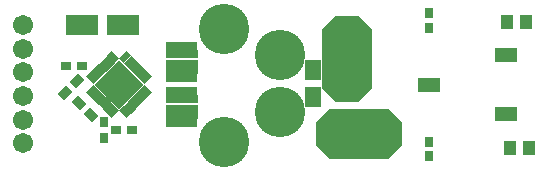
<source format=gbs>
G04*
G04 #@! TF.GenerationSoftware,Altium Limited,Altium Designer,20.1.11 (218)*
G04*
G04 Layer_Color=16711935*
%FSLAX25Y25*%
%MOIN*%
G70*
G04*
G04 #@! TF.SameCoordinates,9EE67B27-E454-41D5-82AA-807338E90DDB*
G04*
G04*
G04 #@! TF.FilePolarity,Negative*
G04*
G01*
G75*
G04:AMPARAMS|DCode=35|XSize=19.81mil|YSize=35.56mil|CornerRadius=0mil|HoleSize=0mil|Usage=FLASHONLY|Rotation=315.000|XOffset=0mil|YOffset=0mil|HoleType=Round|Shape=Rectangle|*
%AMROTATEDRECTD35*
4,1,4,-0.01958,-0.00557,0.00557,0.01958,0.01958,0.00557,-0.00557,-0.01958,-0.01958,-0.00557,0.0*
%
%ADD35ROTATEDRECTD35*%

G04:AMPARAMS|DCode=36|XSize=19.81mil|YSize=35.56mil|CornerRadius=0mil|HoleSize=0mil|Usage=FLASHONLY|Rotation=225.000|XOffset=0mil|YOffset=0mil|HoleType=Round|Shape=Rectangle|*
%AMROTATEDRECTD36*
4,1,4,-0.00557,0.01958,0.01958,-0.00557,0.00557,-0.01958,-0.01958,0.00557,-0.00557,0.01958,0.0*
%
%ADD36ROTATEDRECTD36*%

%ADD42R,0.04461X0.04658*%
%ADD43R,0.03800X0.03100*%
%ADD44R,0.05800X0.06800*%
%ADD45R,0.10839X0.07099*%
%ADD47R,0.03100X0.03800*%
G04:AMPARAMS|DCode=48|XSize=38mil|YSize=31mil|CornerRadius=0mil|HoleSize=0mil|Usage=FLASHONLY|Rotation=315.000|XOffset=0mil|YOffset=0mil|HoleType=Round|Shape=Rectangle|*
%AMROTATEDRECTD48*
4,1,4,-0.02439,0.00248,-0.00248,0.02439,0.02439,-0.00248,0.00248,-0.02439,-0.02439,0.00248,0.0*
%
%ADD48ROTATEDRECTD48*%

G04:AMPARAMS|DCode=52|XSize=283.59mil|YSize=165.48mil|CornerRadius=0mil|HoleSize=0mil|Usage=FLASHONLY|Rotation=90.000|XOffset=0mil|YOffset=0mil|HoleType=Round|Shape=Octagon|*
%AMOCTAGOND52*
4,1,8,0.04137,0.14179,-0.04137,0.14179,-0.08274,0.10043,-0.08274,-0.10043,-0.04137,-0.14179,0.04137,-0.14179,0.08274,-0.10043,0.08274,0.10043,0.04137,0.14179,0.0*
%
%ADD52OCTAGOND52*%

G04:AMPARAMS|DCode=53|XSize=283.59mil|YSize=165.48mil|CornerRadius=0mil|HoleSize=0mil|Usage=FLASHONLY|Rotation=0.000|XOffset=0mil|YOffset=0mil|HoleType=Round|Shape=Octagon|*
%AMOCTAGOND53*
4,1,8,0.14179,-0.04137,0.14179,0.04137,0.10043,0.08274,-0.10043,0.08274,-0.14179,0.04137,-0.14179,-0.04137,-0.10043,-0.08274,0.10043,-0.08274,0.14179,-0.04137,0.0*
%
%ADD53OCTAGOND53*%

%ADD54C,0.06706*%
%ADD55C,0.16800*%
%ADD78R,0.07493X0.04737*%
G04:AMPARAMS|DCode=79|XSize=38mil|YSize=31mil|CornerRadius=0mil|HoleSize=0mil|Usage=FLASHONLY|Rotation=45.000|XOffset=0mil|YOffset=0mil|HoleType=Round|Shape=Rectangle|*
%AMROTATEDRECTD79*
4,1,4,-0.00248,-0.02439,-0.02439,-0.00248,0.00248,0.02439,0.02439,0.00248,-0.00248,-0.02439,0.0*
%
%ADD79ROTATEDRECTD79*%

%ADD80R,0.02800X0.03300*%
%ADD81R,0.02572X0.02572*%
%ADD82R,0.10839X0.02989*%
%ADD83R,0.10839X0.04910*%
%ADD84P,0.16165X4X90.0*%
D35*
X-175732Y-117129D02*
D03*
X-174340Y-118520D02*
D03*
X-177124Y-115736D02*
D03*
X-172948Y-119913D02*
D03*
X-178515Y-114345D02*
D03*
X-179908Y-112953D02*
D03*
X-191043Y-124088D02*
D03*
X-184083Y-131048D02*
D03*
X-188259Y-126872D02*
D03*
X-189651Y-125480D02*
D03*
X-185475Y-129656D02*
D03*
X-186867Y-128264D02*
D03*
D36*
X-172948Y-124088D02*
D03*
X-174340Y-125480D02*
D03*
X-175732Y-126872D02*
D03*
X-177124Y-128264D02*
D03*
X-178516Y-129656D02*
D03*
X-179908Y-131047D02*
D03*
X-184083Y-112953D02*
D03*
X-185475Y-114345D02*
D03*
X-186868Y-115736D02*
D03*
X-188259Y-117129D02*
D03*
X-189651Y-118521D02*
D03*
X-191042Y-119913D02*
D03*
D42*
X-45500Y-143000D02*
D03*
X-51563D02*
D03*
X-46500Y-101000D02*
D03*
X-52563D02*
D03*
D43*
X-177700Y-137122D02*
D03*
X-183000D02*
D03*
X-194500Y-115736D02*
D03*
X-199800D02*
D03*
D44*
X-117500Y-117000D02*
D03*
Y-126000D02*
D03*
D45*
X-180720Y-102119D02*
D03*
X-194500D02*
D03*
D47*
X-186876Y-134615D02*
D03*
Y-139915D02*
D03*
D48*
X-191500Y-132000D02*
D03*
X-195248Y-128252D02*
D03*
D52*
X-105937Y-113508D02*
D03*
D53*
X-102000Y-138343D02*
D03*
D54*
X-214000Y-102172D02*
D03*
Y-110046D02*
D03*
Y-133668D02*
D03*
Y-117920D02*
D03*
Y-141542D02*
D03*
Y-125794D02*
D03*
D55*
X-147000Y-141043D02*
D03*
X-128500Y-131086D02*
D03*
Y-112156D02*
D03*
X-147000Y-103421D02*
D03*
D78*
X-53207Y-112157D02*
D03*
X-53206Y-131842D02*
D03*
X-78795Y-121994D02*
D03*
D79*
X-196200Y-120899D02*
D03*
X-199948Y-124647D02*
D03*
D80*
X-78794Y-98180D02*
D03*
Y-103000D02*
D03*
Y-141000D02*
D03*
Y-145820D02*
D03*
D81*
X-157323Y-124088D02*
D03*
X-162441Y-124088D02*
D03*
X-159882Y-124088D02*
D03*
X-157323Y-134915D02*
D03*
X-162441Y-134915D02*
D03*
X-159882D02*
D03*
X-165000Y-124088D02*
D03*
X-165000Y-134915D02*
D03*
X-157323Y-109085D02*
D03*
X-162441Y-109085D02*
D03*
X-159882Y-109085D02*
D03*
X-157323Y-119912D02*
D03*
X-162441Y-119912D02*
D03*
X-159882D02*
D03*
X-165000Y-109085D02*
D03*
X-165000Y-119912D02*
D03*
D82*
X-161162Y-126856D02*
D03*
X-161162Y-111854D02*
D03*
D83*
Y-131207D02*
D03*
Y-116204D02*
D03*
D84*
X-182000Y-122000D02*
D03*
M02*

</source>
